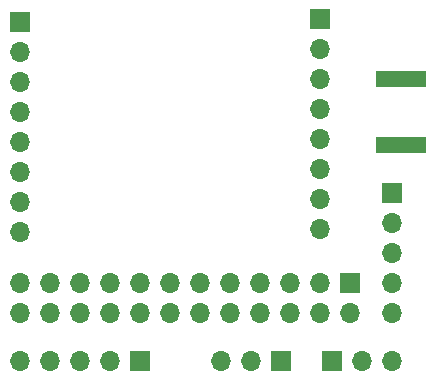
<source format=gbs>
G04 #@! TF.GenerationSoftware,KiCad,Pcbnew,8.0.8*
G04 #@! TF.CreationDate,2025-03-21T12:20:43+00:00*
G04 #@! TF.ProjectId,RFM95W-pcb01,52464d39-3557-42d7-9063-6230312e6b69,rev?*
G04 #@! TF.SameCoordinates,Original*
G04 #@! TF.FileFunction,Soldermask,Bot*
G04 #@! TF.FilePolarity,Negative*
%FSLAX46Y46*%
G04 Gerber Fmt 4.6, Leading zero omitted, Abs format (unit mm)*
G04 Created by KiCad (PCBNEW 8.0.8) date 2025-03-21 12:20:43*
%MOMM*%
%LPD*%
G01*
G04 APERTURE LIST*
%ADD10O,1.700000X1.700000*%
%ADD11R,1.700000X1.700000*%
%ADD12R,4.200000X1.350000*%
G04 APERTURE END LIST*
D10*
X141224000Y-52832000D03*
X141224000Y-50292000D03*
X143764000Y-52832000D03*
X143764000Y-50292000D03*
X146304000Y-52832000D03*
X146304000Y-50292000D03*
X148844000Y-52832000D03*
X148844000Y-50292000D03*
X151384000Y-52832000D03*
X151384000Y-50292000D03*
X153924000Y-52832000D03*
X153924000Y-50292000D03*
X156464000Y-52832000D03*
X156464000Y-50292000D03*
X159004000Y-52832000D03*
X159004000Y-50292000D03*
X161544000Y-52832000D03*
X161544000Y-50292000D03*
X164084000Y-52832000D03*
X164084000Y-50292000D03*
X166624000Y-52832000D03*
X166624000Y-50292000D03*
X169164000Y-52832000D03*
D11*
X169164000Y-50292000D03*
D10*
X172720000Y-52832000D03*
X172720000Y-50292000D03*
X172720000Y-47752000D03*
X172720000Y-45212000D03*
D11*
X172720000Y-42672000D03*
D10*
X141224000Y-56896000D03*
X143764000Y-56896000D03*
X146304000Y-56896000D03*
X148844000Y-56896000D03*
D11*
X151384000Y-56896000D03*
D10*
X172720000Y-56896000D03*
X170180000Y-56896000D03*
D11*
X167640000Y-56896000D03*
D10*
X158242000Y-56896000D03*
X160782000Y-56896000D03*
D11*
X163322000Y-56896000D03*
D10*
X141224000Y-45974000D03*
X141224000Y-43434000D03*
X141224000Y-40894000D03*
X141224000Y-38354000D03*
X141224000Y-35814000D03*
X141224000Y-33274000D03*
X141224000Y-30734000D03*
D11*
X141224000Y-28194000D03*
D10*
X166624000Y-45720000D03*
X166624000Y-43180000D03*
X166624000Y-40640000D03*
X166624000Y-38100000D03*
X166624000Y-35560000D03*
X166624000Y-33020000D03*
X166624000Y-30480000D03*
D11*
X166624000Y-27940000D03*
D12*
X173482000Y-32989000D03*
X173482000Y-38639000D03*
M02*

</source>
